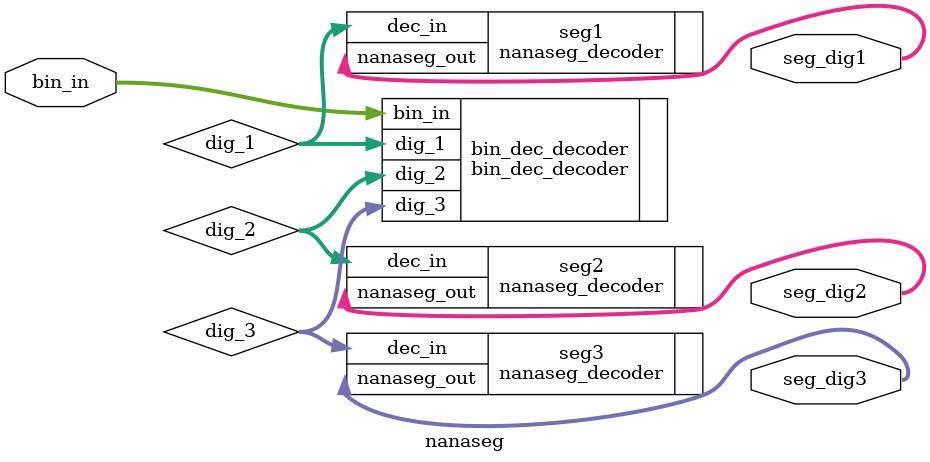
<source format=v>
module nanaseg(bin_in, seg_dig1, seg_dig2, seg_dig3);
    input [7:0] bin_in;
    output [6:0] seg_dig1;
    output [6:0] seg_dig2;
    output [6:0] seg_dig3;

    wire [3:0] dig_3;
    wire [3:0] dig_2;
    wire [3:0] dig_1;

    bin_dec_decoder bin_dec_decoder(.bin_in(bin_in),
                                    .dig_3(dig_3),
                                    .dig_2(dig_2),
                                    .dig_1(dig_1));
    nanaseg_decoder seg3(.dec_in(dig_3),
                         .nanaseg_out(seg_dig3));
    nanaseg_decoder seg2(.dec_in(dig_2),
                         .nanaseg_out(seg_dig2));
    nanaseg_decoder seg1(.dec_in(dig_1),
                         .nanaseg_out(seg_dig1));
endmodule


</source>
